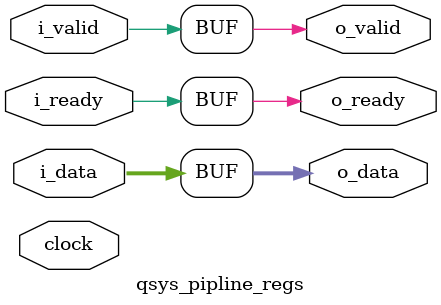
<source format=sv>
module qsys_pipline_regs #(

	parameter DATA_WIDTH = 0,
	parameter N_STAGES = 0
	
)(

	/*Note no reset due to S10 inaccessibility, must flush the pipline and initialize registers*/

	input 									clock,
	
	//Pearl Signals
	input signed	[DATA_WIDTH-1:0]	i_data,
	output signed	[DATA_WIDTH-1:0]	o_data,
	
	//Control Signals
	input										i_valid,
	input										i_ready,
	output									o_valid,
	output									o_ready
);

//	initial begin
//		o_data = {(DATA_WIDTH){1'b0}};
//		o_valid = 0;
//		o_ready = 0;
//	end
	
	genvar i;
	generate
	
		//No registers just a passthrough
		if(N_STAGES == 0) begin: PASSTHROUGH
			assign o_data = i_data;
			assign o_valid = i_valid;
			assign o_ready = i_ready;
		end
		
		else begin
		
			//Generate the registers
			for(i=0; i < N_STAGES; i++) begin : PIPELINE_REGS
			
				//Interconnect Regs
				reg signed	[DATA_WIDTH-1:0]	r_data;
				reg									r_valid;
				reg									r_ready;
			
//				initial begin
//					r_data = {(DATA_WIDTH){1'b0}};
//					r_valid = 0;
//					r_ready = 0;
//				end

				if (i ==0) begin: ASSIGN_INPUTS
					always@(posedge clock) begin
						r_data <= i_data;
						r_valid <= i_valid;
						r_ready <= i_ready;
					end
				end else begin: WIRE_PIPELINE_REGS
					always@(posedge clock) begin
						r_data <= PIPELINE_REGS[i-1].r_data;
						r_valid <= PIPELINE_REGS[i-1].r_valid;
						r_ready <= PIPELINE_REGS[i-1].r_ready;
					end
				end

			end
			
			//Assign output
			assign o_data = PIPELINE_REGS[N_STAGES-1].r_data;
			assign o_valid = PIPELINE_REGS[N_STAGES-1].r_valid;
			assign o_ready = PIPELINE_REGS[N_STAGES-1].r_ready;
			
		end
	endgenerate

endmodule

</source>
